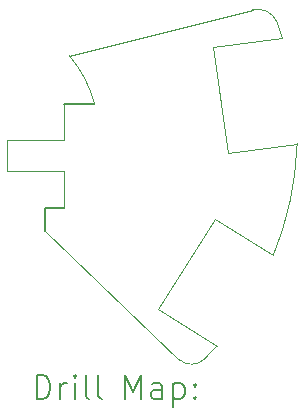
<source format=gbr>
%TF.GenerationSoftware,KiCad,Pcbnew,(7.0.0-0)*%
%TF.CreationDate,2024-02-07T16:44:55+08:00*%
%TF.ProjectId,SWDProgrammer,53574450-726f-4677-9261-6d6d65722e6b,rev?*%
%TF.SameCoordinates,Original*%
%TF.FileFunction,Drillmap*%
%TF.FilePolarity,Positive*%
%FSLAX45Y45*%
G04 Gerber Fmt 4.5, Leading zero omitted, Abs format (unit mm)*
G04 Created by KiCad (PCBNEW (7.0.0-0)) date 2024-02-07 16:44:55*
%MOMM*%
%LPD*%
G01*
G04 APERTURE LIST*
%ADD10C,0.100000*%
%ADD11C,0.010000*%
%ADD12C,0.150000*%
%ADD13C,0.200000*%
G04 APERTURE END LIST*
D10*
X14991280Y-5266442D02*
X15117694Y-6162457D01*
X14523280Y-7483485D02*
X15002475Y-6716741D01*
D11*
X13564998Y-6817501D02*
X14703600Y-7909169D01*
D10*
X15700666Y-6080020D02*
X15117694Y-6162457D01*
D11*
X13247500Y-6315001D02*
X13247500Y-6047501D01*
X13724998Y-6625001D02*
X13724998Y-6315001D01*
D10*
X15700000Y-6100000D02*
G75*
G03*
X15700666Y-6080020I-2696880J99900D01*
G01*
D11*
X15576363Y-5186151D02*
G75*
G03*
X15528426Y-5047604I-2576513J-813899D01*
G01*
X15528424Y-5047605D02*
G75*
G03*
X15323444Y-4949376I-158984J-68775D01*
G01*
D12*
X13564998Y-6817501D02*
X13564998Y-6625001D01*
D11*
X13724998Y-6047501D02*
X13724998Y-5742501D01*
X14703602Y-7909166D02*
G75*
G03*
X14917856Y-7903124I103938J116106D01*
G01*
D12*
X13564998Y-6625001D02*
X13724998Y-6625001D01*
D10*
X15002475Y-6716741D02*
X15500294Y-7023977D01*
D12*
X13984998Y-5742501D02*
X13724998Y-5742501D01*
D11*
X15576364Y-5186151D02*
X14991280Y-5266442D01*
X14917856Y-7903124D02*
G75*
G03*
X15022146Y-7791901I-1912726J1898004D01*
G01*
D10*
X15500294Y-7023977D02*
G75*
G03*
X15700000Y-6100000I-2500294J1023977D01*
G01*
D11*
X13773562Y-5338086D02*
X15323444Y-4949376D01*
D10*
X13984998Y-5742501D02*
G75*
G03*
X13773562Y-5338086I-984998J-257499D01*
G01*
D11*
X13247500Y-6047501D02*
X13724998Y-6047501D01*
X15022146Y-7791901D02*
X14523280Y-7483485D01*
X13247500Y-6315001D02*
X13724998Y-6315001D01*
D13*
X13494619Y-8242868D02*
X13494619Y-8042868D01*
X13494619Y-8042868D02*
X13542238Y-8042868D01*
X13542238Y-8042868D02*
X13570809Y-8052392D01*
X13570809Y-8052392D02*
X13589857Y-8071440D01*
X13589857Y-8071440D02*
X13599381Y-8090487D01*
X13599381Y-8090487D02*
X13608905Y-8128583D01*
X13608905Y-8128583D02*
X13608905Y-8157154D01*
X13608905Y-8157154D02*
X13599381Y-8195249D01*
X13599381Y-8195249D02*
X13589857Y-8214297D01*
X13589857Y-8214297D02*
X13570809Y-8233344D01*
X13570809Y-8233344D02*
X13542238Y-8242868D01*
X13542238Y-8242868D02*
X13494619Y-8242868D01*
X13694619Y-8242868D02*
X13694619Y-8109535D01*
X13694619Y-8147630D02*
X13704143Y-8128583D01*
X13704143Y-8128583D02*
X13713666Y-8119059D01*
X13713666Y-8119059D02*
X13732714Y-8109535D01*
X13732714Y-8109535D02*
X13751762Y-8109535D01*
X13818428Y-8242868D02*
X13818428Y-8109535D01*
X13818428Y-8042868D02*
X13808905Y-8052392D01*
X13808905Y-8052392D02*
X13818428Y-8061916D01*
X13818428Y-8061916D02*
X13827952Y-8052392D01*
X13827952Y-8052392D02*
X13818428Y-8042868D01*
X13818428Y-8042868D02*
X13818428Y-8061916D01*
X13942238Y-8242868D02*
X13923190Y-8233344D01*
X13923190Y-8233344D02*
X13913666Y-8214297D01*
X13913666Y-8214297D02*
X13913666Y-8042868D01*
X14047000Y-8242868D02*
X14027952Y-8233344D01*
X14027952Y-8233344D02*
X14018428Y-8214297D01*
X14018428Y-8214297D02*
X14018428Y-8042868D01*
X14243190Y-8242868D02*
X14243190Y-8042868D01*
X14243190Y-8042868D02*
X14309857Y-8185725D01*
X14309857Y-8185725D02*
X14376524Y-8042868D01*
X14376524Y-8042868D02*
X14376524Y-8242868D01*
X14557476Y-8242868D02*
X14557476Y-8138106D01*
X14557476Y-8138106D02*
X14547952Y-8119059D01*
X14547952Y-8119059D02*
X14528905Y-8109535D01*
X14528905Y-8109535D02*
X14490809Y-8109535D01*
X14490809Y-8109535D02*
X14471762Y-8119059D01*
X14557476Y-8233344D02*
X14538428Y-8242868D01*
X14538428Y-8242868D02*
X14490809Y-8242868D01*
X14490809Y-8242868D02*
X14471762Y-8233344D01*
X14471762Y-8233344D02*
X14462238Y-8214297D01*
X14462238Y-8214297D02*
X14462238Y-8195249D01*
X14462238Y-8195249D02*
X14471762Y-8176202D01*
X14471762Y-8176202D02*
X14490809Y-8166678D01*
X14490809Y-8166678D02*
X14538428Y-8166678D01*
X14538428Y-8166678D02*
X14557476Y-8157154D01*
X14652714Y-8109535D02*
X14652714Y-8309535D01*
X14652714Y-8119059D02*
X14671762Y-8109535D01*
X14671762Y-8109535D02*
X14709857Y-8109535D01*
X14709857Y-8109535D02*
X14728905Y-8119059D01*
X14728905Y-8119059D02*
X14738428Y-8128583D01*
X14738428Y-8128583D02*
X14747952Y-8147630D01*
X14747952Y-8147630D02*
X14747952Y-8204773D01*
X14747952Y-8204773D02*
X14738428Y-8223821D01*
X14738428Y-8223821D02*
X14728905Y-8233344D01*
X14728905Y-8233344D02*
X14709857Y-8242868D01*
X14709857Y-8242868D02*
X14671762Y-8242868D01*
X14671762Y-8242868D02*
X14652714Y-8233344D01*
X14833666Y-8223821D02*
X14843190Y-8233344D01*
X14843190Y-8233344D02*
X14833666Y-8242868D01*
X14833666Y-8242868D02*
X14824143Y-8233344D01*
X14824143Y-8233344D02*
X14833666Y-8223821D01*
X14833666Y-8223821D02*
X14833666Y-8242868D01*
X14833666Y-8119059D02*
X14843190Y-8128583D01*
X14843190Y-8128583D02*
X14833666Y-8138106D01*
X14833666Y-8138106D02*
X14824143Y-8128583D01*
X14824143Y-8128583D02*
X14833666Y-8119059D01*
X14833666Y-8119059D02*
X14833666Y-8138106D01*
M02*

</source>
